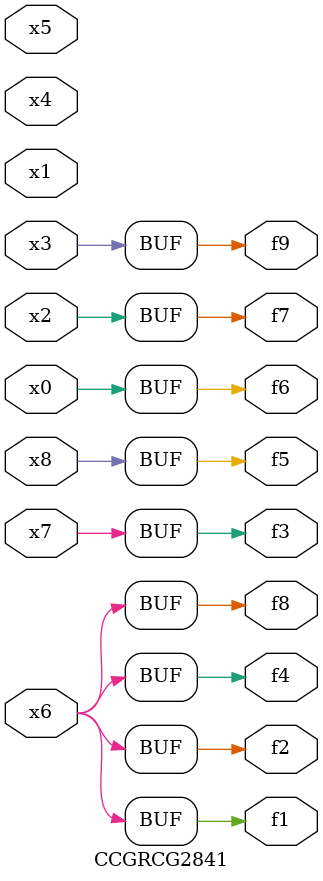
<source format=v>
module CCGRCG2841(
	input x0, x1, x2, x3, x4, x5, x6, x7, x8,
	output f1, f2, f3, f4, f5, f6, f7, f8, f9
);
	assign f1 = x6;
	assign f2 = x6;
	assign f3 = x7;
	assign f4 = x6;
	assign f5 = x8;
	assign f6 = x0;
	assign f7 = x2;
	assign f8 = x6;
	assign f9 = x3;
endmodule

</source>
